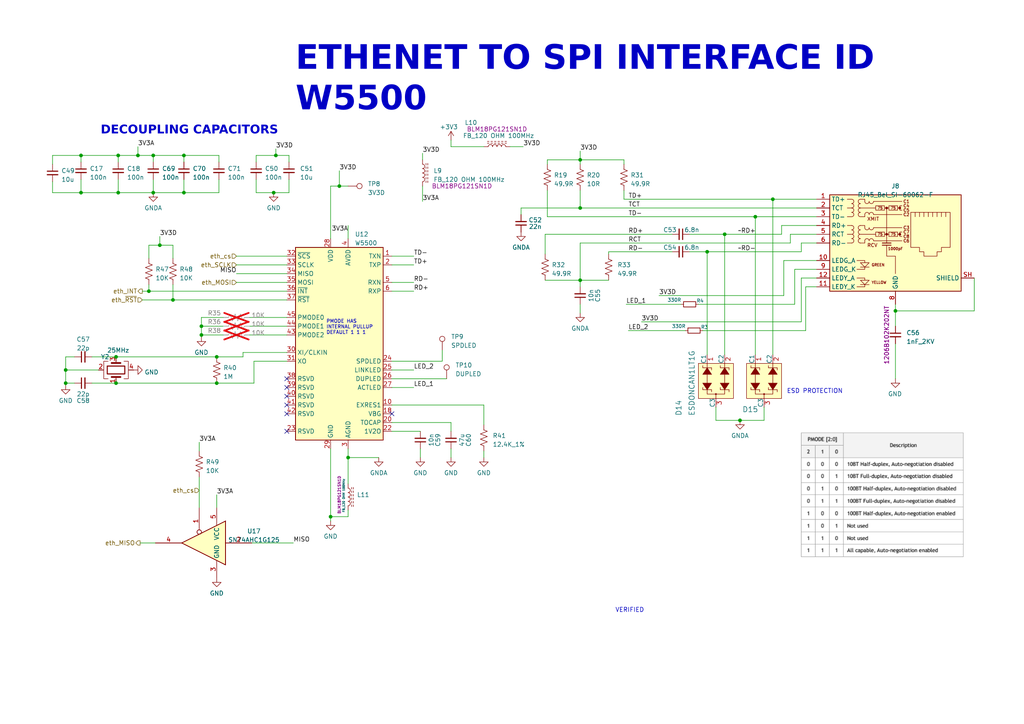
<source format=kicad_sch>
(kicad_sch (version 20230121) (generator eeschema)
  (paper "A4")
  (title_block (title "ELIESTAR") (date "2023-06-20") (rev "2.0") (company "GEVITON") (comment 2 "Reviewed By: Timoty Kyalo") (comment 3 "Designed By: Robert Mutura") (comment 4 "ELIESTAR"))
  (lib_symbols
    (symbol "74xGxx:74AHC1G125"
      (property "Reference" "U" (at -2.54 3.81 0))
      (property "Value" "74AHC1G125" (at 0 -3.81 0))
      (symbol "74AHC1G125_0_1"
        (polyline (pts (xy -7.62 6.35) (xy -7.62 -6.35) (xy 5.08 0) (xy -7.62 6.35)) (stroke (width 0.254)) (fill (type background)))
      )
      (symbol "74AHC1G125_1_1"
        (pin input inverted (at 0 10.16 270) (length 7.62) (name "~") (number "1"))
        (pin input line (at -15.24 0 0) (length 7.62) (name "~") (number "2"))
        (pin power_in line (at -5.08 -10.16 90) (length 5.08) (name "GND") (number "3"))
        (pin tri_state line (at 12.7 0 180) (length 7.62) (name "~") (number "4"))
        (pin power_in line (at -5.08 10.16 270) (length 5.08) (name "VCC") (number "5"))
      )
    )
    (symbol "Connector:RJ45_Bel_SI-60062-F"
      (property "Reference" "J?" (at 0 16.51 0))
      (property "Value" "RJ45_Bel_SI-60062-F" (at 0 13.97 0))
      (symbol "RJ45_Bel_SI-60062-F_0_0"
        (circle (center -2.54 2.54) (radius 0.254) (stroke (width 0.254)) (fill (type outline)))
        (circle (center -2.54 10.16) (radius 0.254) (stroke (width 0.254)) (fill (type outline)))
        (polyline (pts (xy -7.62 -12.065) (xy -10.16 -12.065)))
        (polyline (pts (xy -7.62 -6.985) (xy -10.16 -6.985)))
        (polyline (pts (xy -2.54 10.16) (xy -2.54 0)))
        (polyline (pts (xy -1.27 -0.635) (xy -3.81 -0.635)) (stroke (width 0.254)))
        (polyline (pts (xy -1.27 0) (xy -3.81 0)) (stroke (width 0.254)))
        (polyline (pts (xy 1.27 2.54) (xy 0.635 2.54)))
        (polyline (pts (xy 1.27 10.16) (xy 0.635 10.16)))
        (polyline (pts (xy -11.176 -12.7) (xy -8.89 -12.7) (xy -8.89 -12.065)))
        (polyline (pts (xy -11.176 -10.16) (xy -8.89 -10.16) (xy -8.89 -10.795)))
        (polyline (pts (xy -11.176 -5.08) (xy -8.89 -5.08) (xy -8.89 -5.715)))
        (polyline (pts (xy -8.89 -6.985) (xy -8.89 -7.62) (xy -11.176 -7.62)))
        (polyline (pts (xy -10.16 -5.715) (xy -7.62 -5.715) (xy -8.89 -6.985) (xy -10.16 -5.715)))
        (polyline (pts (xy -7.62 -10.795) (xy -10.16 -10.795) (xy -8.89 -12.065) (xy -7.62 -10.795)))
        (polyline (pts (xy -2.54 -0.635) (xy -2.54 -3.81) (xy 0 -3.81) (xy 0 -8.89)))
        (polyline (pts (xy 1.905 3.175) (xy 1.27 3.175) (xy 1.27 1.905) (xy 1.905 1.905)))
        (polyline (pts (xy 1.905 10.795) (xy 1.27 10.795) (xy 1.27 9.525) (xy 1.905 9.525)))
        (circle (center 1.27 2.54) (radius 0.254) (stroke (width 0.254)) (fill (type outline)))
        (circle (center 1.27 10.16) (radius 0.254) (stroke (width 0.254)) (fill (type outline)))
        (text "1000pF" (at 0 -1.651 0) (effects (font (size 0.762 0.762))))
        (text "75" (at -4.445 2.54 0) (effects (font (size 0.762 0.762))))
        (text "75" (at -4.445 10.16 0) (effects (font (size 0.762 0.762))))
        (text "75" (at -0.635 2.54 0) (effects (font (size 0.762 0.762))))
        (text "75" (at -0.635 10.16 0) (effects (font (size 0.762 0.762))))
        (text "C1" (at 3.175 12.065 0) (effects (font (size 0.889 0.889))))
        (text "C2" (at 3.175 8.255 0) (effects (font (size 0.889 0.889))))
        (text "C3" (at 3.175 4.445 0) (effects (font (size 0.889 0.889))))
        (text "C4" (at 3.175 10.795 0) (effects (font (size 0.889 0.889))))
        (text "C5" (at 3.175 9.525 0) (effects (font (size 0.889 0.889))))
        (text "C6" (at 3.175 0.635 0) (effects (font (size 0.889 0.889))))
        (text "C7" (at 3.175 3.175 0) (effects (font (size 0.889 0.889))))
        (text "C8" (at 3.175 1.905 0) (effects (font (size 0.889 0.889))))
        (text "GREEN" (at -6.985 -6.35 0) (effects (font (size 0.762 0.762)) (justify left)))
        (text "RCV" (at -8.255 -0.635 0) (effects (font (size 1.016 1.016)) (justify left)))
        (text "XMIT" (at -8.255 6.985 0) (effects (font (size 1.016 1.016)) (justify left)))
        (text "YELLOW" (at -6.985 -11.43 0) (effects (font (size 0.762 0.762)) (justify left)))
      )
      (symbol "RJ45_Bel_SI-60062-F_0_1"
        (rectangle (start -19.05 -13.97) (end 19.05 13.97) (stroke (width 0.254)) (fill (type background)))
        (arc (start -12.7 0) (mid -12.0677 0.635) (end -12.7 1.27))
        (arc (start -12.7 1.27) (mid -12.0677 1.905) (end -12.7 2.54))
        (arc (start -12.7 2.54) (mid -12.0677 3.175) (end -12.7 3.81))
        (arc (start -12.7 3.81) (mid -12.0677 4.445) (end -12.7 5.08))
        (arc (start -12.7 7.62) (mid -12.0677 8.255) (end -12.7 8.89))
        (arc (start -12.7 8.89) (mid -12.0677 9.525) (end -12.7 10.16))
        (arc (start -12.7 10.16) (mid -12.0677 10.795) (end -12.7 11.43))
        (arc (start -12.7 11.43) (mid -12.0677 12.065) (end -12.7 12.7))
        (arc (start -10.16 1.27) (mid -10.7923 0.635) (end -10.16 0))
        (arc (start -10.16 2.54) (mid -10.7923 1.905) (end -10.16 1.27))
        (arc (start -10.16 3.81) (mid -10.7923 3.175) (end -10.16 2.54))
        (arc (start -10.16 5.08) (mid -10.7923 4.445) (end -10.16 3.81))
        (arc (start -10.16 8.89) (mid -10.7923 8.255) (end -10.16 7.62))
        (arc (start -10.16 10.16) (mid -10.7923 9.525) (end -10.16 8.89))
        (arc (start -10.16 11.43) (mid -10.7923 10.795) (end -10.16 10.16))
        (arc (start -10.16 12.7) (mid -10.7923 12.065) (end -10.16 11.43))
        (arc (start -8.89 4.445) (mid -8.255 3.8127) (end -7.62 4.445))
        (arc (start -8.89 12.065) (mid -8.255 11.4327) (end -7.62 12.065))
        (arc (start -7.62 0.635) (mid -8.255 1.2673) (end -8.89 0.635))
        (arc (start -7.62 4.445) (mid -6.985 3.8127) (end -6.35 4.445))
        (arc (start -7.62 8.255) (mid -8.255 8.8873) (end -8.89 8.255))
        (arc (start -7.62 12.065) (mid -6.985 11.4327) (end -6.35 12.065))
        (arc (start -6.35 0.635) (mid -6.985 1.2673) (end -7.62 0.635))
        (arc (start -6.35 8.255) (mid -6.985 8.8873) (end -7.62 8.255))
        (rectangle (start -5.715 3.175) (end -3.175 1.905))
        (rectangle (start -5.715 10.795) (end -3.175 9.525))
        (rectangle (start -1.905 3.175) (end 0.635 1.905))
        (rectangle (start -1.905 10.795) (end 0.635 9.525))
        (polyline (pts (xy -12.7 0) (xy -13.97 0)))
        (polyline (pts (xy -12.7 2.54) (xy -13.97 2.54)))
        (polyline (pts (xy -12.7 5.08) (xy -13.97 5.08)))
        (polyline (pts (xy -12.7 7.62) (xy -13.97 7.62)))
        (polyline (pts (xy -12.7 10.16) (xy -13.97 10.16)))
        (polyline (pts (xy -12.7 12.7) (xy -13.97 12.7)))
        (polyline (pts (xy -6.35 0.635) (xy 1.905 0.635)))
        (polyline (pts (xy -6.35 4.445) (xy 1.905 4.445)))
        (polyline (pts (xy -6.35 8.255) (xy 1.905 8.255)))
        (polyline (pts (xy -6.35 12.065) (xy 1.905 12.065)))
        (polyline (pts (xy -5.715 2.54) (xy -10.16 2.54)))
        (polyline (pts (xy -5.715 10.16) (xy -10.16 10.16)))
        (polyline (pts (xy -3.175 2.54) (xy -1.905 2.54)))
        (polyline (pts (xy -3.175 10.16) (xy -1.905 10.16)))
        (polyline (pts (xy 5.715 7.62) (xy 5.715 8.89)))
        (polyline (pts (xy 6.985 8.89) (xy 6.985 7.62)))
        (polyline (pts (xy 8.255 8.89) (xy 8.255 7.62)))
        (polyline (pts (xy 9.525 8.89) (xy 9.525 7.62)))
        (polyline (pts (xy 10.795 8.89) (xy 10.795 7.62)))
        (polyline (pts (xy 12.065 8.89) (xy 12.065 7.62)))
        (polyline (pts (xy 13.335 7.62) (xy 13.335 8.89)))
        (polyline (pts (xy 14.605 7.62) (xy 14.605 8.89)))
        (polyline (pts (xy -10.16 5.08) (xy -8.89 5.08) (xy -8.89 4.445)))
        (polyline (pts (xy -10.16 12.7) (xy -8.89 12.7) (xy -8.89 12.065)))
        (polyline (pts (xy -8.89 0.635) (xy -8.89 0) (xy -10.16 0)))
        (polyline (pts (xy -8.89 8.255) (xy -8.89 7.62) (xy -10.16 7.62)))
        (polyline (pts (xy 4.445 8.89) (xy 15.875 8.89) (xy 15.875 -1.27) (xy 13.335 -1.27) (xy 13.335 -2.54) (xy 12.065 -2.54) (xy 12.065 -3.81) (xy 8.255 -3.81) (xy 8.255 -2.54) (xy 6.985 -2.54) (xy 6.985 -1.27) (xy 4.445 -1.27) (xy 4.445 8.89)))
      )
      (symbol "RJ45_Bel_SI-60062-F_1_1"
        (pin passive line (at -22.86 12.7 0) (length 3.81) (name "TD+") (number "1"))
        (pin passive line (at -22.86 -5.08 0) (length 3.81) (name "LEDG_A") (number "10"))
        (pin passive line (at -22.86 -12.7 0) (length 3.81) (name "LEDY_K") (number "11"))
        (pin passive line (at -22.86 -10.16 0) (length 3.81) (name "LEDY_A") (number "12"))
        (pin passive line (at -22.86 10.16 0) (length 3.81) (name "TCT") (number "2"))
        (pin passive line (at -22.86 7.62 0) (length 3.81) (name "TD-") (number "3"))
        (pin passive line (at -22.86 5.08 0) (length 3.81) (name "RD+") (number "4"))
        (pin passive line (at -22.86 2.54 0) (length 3.81) (name "RCT") (number "5"))
        (pin passive line (at -22.86 0 0) (length 3.81) (name "RD-") (number "6"))
        (pin no_connect line (at 5.08 -5.08 0) (length 0) hide (name "NC") (number "7"))
        (pin power_in line (at 0 -17.78 90) (length 3.81) (name "GND") (number "8"))
        (pin passive line (at -22.86 -7.62 0) (length 3.81) (name "LEDG_K") (number "9"))
        (pin passive line (at 22.86 -10.16 180) (length 3.81) (name "SHIELD") (number "SH"))
      )
    )
    (symbol "Connector:TestPoint" (pin_numbers hide) (pin_names (offset 0.762) hide)
      (property "Reference" "TP" (at 0 6.858 0))
      (property "Value" "TestPoint" (at 0 5.08 0))
      (symbol "TestPoint_0_1"
        (circle (center 0 3.302) (radius 0.762))
      )
      (symbol "TestPoint_1_1"
        (pin passive line (at 0 0 90) (length 2.54) (name "1") (number "1"))
      )
    )
    (symbol "Device:C_Small" (pin_numbers hide) (pin_names (offset 0.254) hide)
      (property "Reference" "C" (at 0.254 1.778 0))
      (property "Value" "C_Small" (at 0.254 -2.032 0))
      (symbol "C_Small_0_1"
        (polyline (pts (xy -1.524 -0.508) (xy 1.524 -0.508)) (stroke (width 0.3302)))
        (polyline (pts (xy -1.524 0.508) (xy 1.524 0.508)) (stroke (width 0.3048)))
      )
      (symbol "C_Small_1_1"
        (pin passive line (at 0 2.54 270) (length 2.032) (name "~") (number "1"))
        (pin passive line (at 0 -2.54 90) (length 2.032) (name "~") (number "2"))
      )
    )
    (symbol "Device:Crystal_GND24" (pin_names (offset 1.016) hide)
      (property "Reference" "Y" (at 3.175 5.08 0))
      (property "Value" "Crystal_GND24" (at 3.175 3.175 0))
      (symbol "Crystal_GND24_0_1"
        (rectangle (start -1.143 2.54) (end 1.143 -2.54) (stroke (width 0.3048)))
        (polyline (pts (xy -2.54 0) (xy -2.032 0)))
        (polyline (pts (xy -2.032 -1.27) (xy -2.032 1.27)) (stroke (width 0.508)))
        (polyline (pts (xy 0 -3.81) (xy 0 -3.556)))
        (polyline (pts (xy 0 3.556) (xy 0 3.81)))
        (polyline (pts (xy 2.032 -1.27) (xy 2.032 1.27)) (stroke (width 0.508)))
        (polyline (pts (xy 2.032 0) (xy 2.54 0)))
        (polyline (pts (xy -2.54 -2.286) (xy -2.54 -3.556) (xy 2.54 -3.556) (xy 2.54 -2.286)))
        (polyline (pts (xy -2.54 2.286) (xy -2.54 3.556) (xy 2.54 3.556) (xy 2.54 2.286)))
      )
      (symbol "Crystal_GND24_1_1"
        (pin passive line (at -3.81 0 0) (length 1.27) (name "1") (number "1"))
        (pin passive line (at 0 5.08 270) (length 1.27) (name "2") (number "2"))
        (pin passive line (at 3.81 0 180) (length 1.27) (name "3") (number "3"))
        (pin passive line (at 0 -5.08 90) (length 1.27) (name "4") (number "4"))
      )
    )
    (symbol "Device:L_Ferrite" (pin_numbers hide) (pin_names (offset 1.016) hide)
      (property "Reference" "L" (at -1.27 0 90))
      (property "Value" "L_Ferrite" (at 2.794 0 90))
      (symbol "L_Ferrite_0_1"
        (arc (start 0 -2.54) (mid 0.6323 -1.905) (end 0 -1.27))
        (arc (start 0 -1.27) (mid 0.6323 -0.635) (end 0 0))
        (polyline (pts (xy 1.016 -2.794) (xy 1.016 -2.286)))
        (polyline (pts (xy 1.016 -1.778) (xy 1.016 -1.27)))
        (polyline (pts (xy 1.016 -0.762) (xy 1.016 -0.254)))
        (polyline (pts (xy 1.016 0.254) (xy 1.016 0.762)))
        (polyline (pts (xy 1.016 1.27) (xy 1.016 1.778)))
        (polyline (pts (xy 1.016 2.286) (xy 1.016 2.794)))
        (polyline (pts (xy 1.524 -2.286) (xy 1.524 -2.794)))
        (polyline (pts (xy 1.524 -1.27) (xy 1.524 -1.778)))
        (polyline (pts (xy 1.524 -0.254) (xy 1.524 -0.762)))
        (polyline (pts (xy 1.524 0.762) (xy 1.524 0.254)))
        (polyline (pts (xy 1.524 1.778) (xy 1.524 1.27)))
        (polyline (pts (xy 1.524 2.794) (xy 1.524 2.286)))
        (arc (start 0 0) (mid 0.6323 0.635) (end 0 1.27))
        (arc (start 0 1.27) (mid 0.6323 1.905) (end 0 2.54))
      )
      (symbol "L_Ferrite_1_1"
        (pin passive line (at 0 3.81 270) (length 1.27) (name "1") (number "1"))
        (pin passive line (at 0 -3.81 90) (length 1.27) (name "2") (number "2"))
      )
    )
    (symbol "Device:R_Small" (pin_numbers hide) (pin_names (offset 0.254) hide)
      (property "Reference" "R" (at 0.762 0.508 0))
      (property "Value" "R_Small" (at 0.762 -1.016 0))
      (symbol "R_Small_0_1"
        (rectangle (start -0.762 1.778) (end 0.762 -1.778) (stroke (width 0.2032)))
      )
      (symbol "R_Small_1_1"
        (pin passive line (at 0 2.54 270) (length 0.762) (name "~") (number "1"))
        (pin passive line (at 0 -2.54 90) (length 0.762) (name "~") (number "2"))
      )
    )
    (symbol "Device:R_US" (pin_numbers hide) (pin_names (offset 0))
      (property "Reference" "R" (at 2.54 0 90))
      (property "Value" "R_US" (at -2.54 0 90))
      (symbol "R_US_0_1"
        (polyline (pts (xy 0 -2.286) (xy 0 -2.54)))
        (polyline (pts (xy 0 2.286) (xy 0 2.54)))
        (polyline (pts (xy 0 -0.762) (xy 1.016 -1.143) (xy 0 -1.524) (xy -1.016 -1.905) (xy 0 -2.286)))
        (polyline (pts (xy 0 0.762) (xy 1.016 0.381) (xy 0 0) (xy -1.016 -0.381) (xy 0 -0.762)))
        (polyline (pts (xy 0 2.286) (xy 1.016 1.905) (xy 0 1.524) (xy -1.016 1.143) (xy 0 0.762)))
      )
      (symbol "R_US_1_1"
        (pin passive line (at 0 3.81 270) (length 1.27) (name "~") (number "1"))
        (pin passive line (at 0 -3.81 90) (length 1.27) (name "~") (number "2"))
      )
    )
    (symbol "Interface_Ethernet:W5500"
      (property "Reference" "U" (at -11.43 29.21 0))
      (property "Value" "W5500" (at 8.89 29.21 0))
      (symbol "W5500_0_1"
        (rectangle (start -12.7 27.94) (end 12.7 -27.94) (stroke (width 0.254)) (fill (type background)))
      )
      (symbol "W5500_1_1"
        (pin output line (at 15.24 25.4 180) (length 2.54) (name "TXN") (number "1"))
        (pin passive line (at 15.24 -17.78 180) (length 2.54) (name "EXRES1") (number "10"))
        (pin passive line (at 2.54 30.48 270) (length 2.54) hide (name "AVDD") (number "11"))
        (pin no_connect line (at 12.7 7.62 180) (length 2.54) hide (name "NC") (number "12"))
        (pin no_connect line (at 12.7 5.08 180) (length 2.54) hide (name "NC") (number "13"))
        (pin passive line (at 2.54 -30.48 90) (length 2.54) hide (name "AGND") (number "14"))
        (pin passive line (at 2.54 30.48 270) (length 2.54) hide (name "AVDD") (number "15"))
        (pin passive line (at 2.54 -30.48 90) (length 2.54) hide (name "AGND") (number "16"))
        (pin passive line (at 2.54 30.48 270) (length 2.54) hide (name "AVDD") (number "17"))
        (pin passive line (at 15.24 -20.32 180) (length 2.54) (name "VBG") (number "18"))
        (pin passive line (at 2.54 -30.48 90) (length 2.54) hide (name "AGND") (number "19"))
        (pin output line (at 15.24 22.86 180) (length 2.54) (name "TXP") (number "2"))
        (pin passive line (at 15.24 -22.86 180) (length 2.54) (name "TOCAP") (number "20"))
        (pin passive line (at 2.54 30.48 270) (length 2.54) hide (name "AVDD") (number "21"))
        (pin output line (at 15.24 -25.4 180) (length 2.54) (name "1V2O") (number "22"))
        (pin input line (at -15.24 -25.4 0) (length 2.54) (name "RSVD") (number "23"))
        (pin output line (at 15.24 -5.08 180) (length 2.54) (name "SPDLED") (number "24"))
        (pin output line (at 15.24 -7.62 180) (length 2.54) (name "LINKLED") (number "25"))
        (pin output line (at 15.24 -10.16 180) (length 2.54) (name "DUPLED") (number "26"))
        (pin output line (at 15.24 -12.7 180) (length 2.54) (name "ACTLED") (number "27"))
        (pin power_in line (at -2.54 30.48 270) (length 2.54) (name "VDD") (number "28"))
        (pin power_in line (at -2.54 -30.48 90) (length 2.54) (name "GND") (number "29"))
        (pin power_in line (at 2.54 -30.48 90) (length 2.54) (name "AGND") (number "3"))
        (pin input line (at -15.24 -2.54 0) (length 2.54) (name "XI/CLKIN") (number "30"))
        (pin output line (at -15.24 -5.08 0) (length 2.54) (name "XO") (number "31"))
        (pin input line (at -15.24 25.4 0) (length 2.54) (name "~{SCS}") (number "32"))
        (pin input line (at -15.24 22.86 0) (length 2.54) (name "SCLK") (number "33"))
        (pin output line (at -15.24 20.32 0) (length 2.54) (name "MISO") (number "34"))
        (pin input line (at -15.24 17.78 0) (length 2.54) (name "MOSI") (number "35"))
        (pin input line (at -15.24 15.24 0) (length 2.54) (name "~{INT}") (number "36"))
        (pin input line (at -15.24 12.7 0) (length 2.54) (name "~{RST}") (number "37"))
        (pin input line (at -15.24 -10.16 0) (length 2.54) (name "RSVD") (number "38"))
        (pin input line (at -15.24 -12.7 0) (length 2.54) (name "RSVD") (number "39"))
        (pin power_in line (at 2.54 30.48 270) (length 2.54) (name "AVDD") (number "4"))
        (pin input line (at -15.24 -15.24 0) (length 2.54) (name "RSVD") (number "40"))
        (pin input line (at -15.24 -17.78 0) (length 2.54) (name "RSVD") (number "41"))
        (pin input line (at -15.24 -20.32 0) (length 2.54) (name "RSVD") (number "42"))
        (pin input line (at -15.24 2.54 0) (length 2.54) (name "PMODE2") (number "43"))
        (pin input line (at -15.24 5.08 0) (length 2.54) (name "PMODE1") (number "44"))
        (pin input line (at -15.24 7.62 0) (length 2.54) (name "PMODE0") (number "45"))
        (pin no_connect line (at 12.7 2.54 180) (length 2.54) hide (name "NC") (number "46"))
        (pin no_connect line (at 12.7 0 180) (length 2.54) hide (name "NC") (number "47"))
        (pin passive line (at 2.54 -30.48 90) (length 2.54) hide (name "AGND") (number "48"))
        (pin input line (at 15.24 17.78 180) (length 2.54) (name "RXN") (number "5"))
        (pin input line (at 15.24 15.24 180) (length 2.54) (name "RXP") (number "6"))
        (pin no_connect line (at 12.7 10.16 180) (length 2.54) hide (name "DNC") (number "7"))
        (pin passive line (at 2.54 30.48 270) (length 2.54) hide (name "AVDD") (number "8"))
        (pin passive line (at 2.54 -30.48 90) (length 2.54) hide (name "AGND") (number "9"))
      )
    )
    (symbol "dk_TVS-Diodes:PESD1CAN_215" (pin_names (offset 0))
      (property "Reference" "D" (at -5.08 6.096 0))
      (property "Value" "PESD1CAN_215" (at 0 -6.35 0))
      (symbol "PESD1CAN_215_0_1"
        (rectangle (start -5.08 5.08) (end 5.08 -5.08) (fill (type background)))
        (polyline (pts (xy -5.08 -2.54) (xy -3.81 -2.54)))
        (polyline (pts (xy -5.08 2.54) (xy -3.81 2.54)))
        (polyline (pts (xy -3.81 -3.81) (xy -3.175 -3.81)))
        (polyline (pts (xy -3.81 -1.27) (xy -4.445 -1.27)))
        (polyline (pts (xy -3.81 -1.27) (xy -3.81 -3.81)))
        (polyline (pts (xy -3.81 1.27) (xy -3.175 1.27)))
        (polyline (pts (xy -3.81 3.81) (xy -4.445 3.81)))
        (polyline (pts (xy -3.81 3.81) (xy -3.81 1.27)))
        (polyline (pts (xy 0.635 -2.54) (xy -1.905 -2.54)))
        (polyline (pts (xy 0.635 2.54) (xy -1.905 2.54)))
        (polyline (pts (xy 0.635 2.54) (xy 0.635 2.54)))
        (polyline (pts (xy 2.54 -3.81) (xy 3.175 -3.81)))
        (polyline (pts (xy 2.54 -1.27) (xy 1.905 -1.27)))
        (polyline (pts (xy 2.54 -1.27) (xy 2.54 -3.81)))
        (polyline (pts (xy 2.54 1.27) (xy 3.175 1.27)))
        (polyline (pts (xy 2.54 3.81) (xy 1.905 3.81)))
        (polyline (pts (xy 2.54 3.81) (xy 2.54 1.27)))
        (polyline (pts (xy 3.81 0) (xy 5.08 0)))
        (polyline (pts (xy -1.905 -1.27) (xy -1.905 -3.81) (xy -3.81 -2.54) (xy -1.905 -1.27)) (fill (type outline)))
        (polyline (pts (xy -1.905 1.27) (xy -1.905 3.81) (xy -3.81 2.54) (xy -1.905 1.27)) (fill (type outline)))
        (polyline (pts (xy 0.635 -1.27) (xy 0.635 -3.81) (xy 2.54 -2.54) (xy 0.635 -1.27)) (fill (type outline)))
        (polyline (pts (xy 0.635 3.81) (xy 0.635 1.27) (xy 2.54 2.54) (xy 0.635 3.81)) (fill (type outline)))
        (polyline (pts (xy 2.54 2.54) (xy 3.81 2.54) (xy 3.81 -2.54) (xy 2.54 -2.54)))
        (circle (center 3.81 0) (radius 0.1778) (fill (type outline)))
      )
      (symbol "PESD1CAN_215_1_1"
        (pin passive line (at -7.62 2.54 0) (length 2.54) (name "C1") (number "1"))
        (pin passive line (at -7.62 -2.54 0) (length 2.54) (name "C2") (number "2"))
        (pin passive line (at 7.62 0 180) (length 2.54) (name "C3") (number "3"))
      )
    )
    (symbol "power:+3V3" (power) (pin_names (offset 0))
      (property "Value" "+3V3" (at 0 3.556 0))
      (symbol "+3V3_0_1"
        (polyline (pts (xy -0.762 1.27) (xy 0 2.54)))
        (polyline (pts (xy 0 0) (xy 0 2.54)))
        (polyline (pts (xy 0 2.54) (xy 0.762 1.27)))
      )
      (symbol "+3V3_1_1"
        (pin power_in line (at 0 0 90) (length 0) hide (name "+3V3") (number "1"))
      )
    )
    (symbol "power:GND" (power) (pin_names (offset 0))
      (property "Value" "GND" (at 0 -3.81 0))
      (symbol "GND_0_1"
        (polyline (pts (xy 0 0) (xy 0 -1.27) (xy 1.27 -1.27) (xy 0 -2.54) (xy -1.27 -1.27) (xy 0 -1.27)))
      )
      (symbol "GND_1_1"
        (pin power_in line (at 0 0 270) (length 0) hide (name "GND") (number "1"))
      )
    )
    (symbol "power:GNDA" (power) (pin_names (offset 0))
      (property "Value" "GNDA" (at 0 -3.81 0))
      (symbol "GNDA_0_1"
        (polyline (pts (xy 0 0) (xy 0 -1.27) (xy 1.27 -1.27) (xy 0 -2.54) (xy -1.27 -1.27) (xy 0 -1.27)))
      )
      (symbol "GNDA_1_1"
        (pin power_in line (at 0 0 270) (length 0) hide (name "GNDA") (number "1"))
      )
    )
  )
  (junction (at 23.495 55.88))
  (junction (at 58.42 94.615))
  (junction (at 214.63 121.92))
  (junction (at 205.105 73.025))
  (junction (at 53.34 55.88))
  (junction (at 44.45 45.085))
  (junction (at 219.075 62.865))
  (junction (at 33.655 111.125))
  (junction (at 168.275 60.325))
  (junction (at 33.655 103.505))
  (junction (at 168.275 81.28))
  (junction (at 100.965 132.715))
  (junction (at 224.155 57.785))
  (junction (at 259.715 90.17))
  (junction (at 95.885 149.86))
  (junction (at 44.45 55.88))
  (junction (at 168.275 46.355))
  (junction (at 210.185 67.945))
  (junction (at 34.29 55.88))
  (junction (at 80.01 45.085))
  (junction (at 43.18 84.455))
  (junction (at 40.005 45.085))
  (junction (at 58.42 97.155))
  (junction (at 19.05 111.125))
  (junction (at 62.865 103.505))
  (junction (at 79.375 55.88))
  (junction (at 53.34 45.085))
  (junction (at 19.05 107.315))
  (junction (at 98.425 53.975))
  (junction (at 46.355 71.12))
  (junction (at 23.495 45.085))
  (junction (at 34.29 45.085))
  (junction (at 50.165 86.995))
  (junction (at 62.865 111.125))
  (no_connect (at 113.665 120.015))
  (no_connect (at 83.185 114.935))
  (no_connect (at 83.185 117.475))
  (no_connect (at 83.185 109.855))
  (no_connect (at 83.185 112.395))
  (no_connect (at 83.185 120.015))
  (no_connect (at 83.185 125.095))
  (wire (pts (xy 95.885 53.975) (xy 95.885 69.215)))
  (wire (pts (xy 19.05 103.505) (xy 21.59 103.505)))
  (wire (pts (xy 62.865 103.505) (xy 70.485 103.505)))
  (wire (pts (xy 205.105 73.025) (xy 232.41 73.025)))
  (wire (pts (xy 232.41 93.345) (xy 232.41 80.645)))
  (wire (pts (xy 191.135 85.725) (xy 227.33 85.725)))
  (wire (pts (xy 58.42 97.155) (xy 58.42 97.79)))
  (wire (pts (xy 64.77 92.075) (xy 58.42 92.075)))
  (wire (pts (xy 120.015 76.835) (xy 113.665 76.835)))
  (wire (pts (xy 50.165 86.995) (xy 83.185 86.995)))
  (wire (pts (xy 120.015 81.915) (xy 113.665 81.915)))
  (wire (pts (xy 68.58 74.295) (xy 83.185 74.295)))
  (wire (pts (xy 233.68 83.185) (xy 233.68 95.885)))
  (wire (pts (xy 100.965 149.86) (xy 100.965 147.955)))
  (wire (pts (xy 57.785 138.43) (xy 57.785 147.32)))
  (wire (pts (xy 19.05 103.505) (xy 19.05 107.315)))
  (wire (pts (xy 40.005 45.085) (xy 34.29 45.085)))
  (wire (pts (xy 58.42 94.615) (xy 58.42 97.155)))
  (wire (pts (xy 62.865 111.125) (xy 73.66 111.125)))
  (wire (pts (xy 168.275 46.355) (xy 168.275 47.625)))
  (wire (pts (xy 19.05 107.315) (xy 19.05 111.125)))
  (wire (pts (xy 207.645 121.92) (xy 214.63 121.92)))
  (wire (pts (xy 43.18 82.55) (xy 43.18 84.455)))
  (wire (pts (xy 46.355 68.58) (xy 46.355 71.12)))
  (wire (pts (xy 122.555 44.45) (xy 122.555 46.355)))
  (wire (pts (xy 130.81 130.175) (xy 130.81 132.715)))
  (wire (pts (xy 80.01 43.18) (xy 80.01 45.085)))
  (wire (pts (xy 33.655 103.505) (xy 62.865 103.505)))
  (wire (pts (xy 230.505 78.105) (xy 230.505 88.265)))
  (wire (pts (xy 64.77 97.155) (xy 58.42 97.155)))
  (wire (pts (xy 120.015 84.455) (xy 113.665 84.455)))
  (wire (pts (xy 53.34 45.085) (xy 53.34 46.99)))
  (wire (pts (xy 95.885 149.86) (xy 95.885 151.13)))
  (wire (pts (xy 158.75 55.245) (xy 158.75 62.865)))
  (wire (pts (xy 34.29 52.07) (xy 34.29 55.88)))
  (wire (pts (xy 83.82 46.99) (xy 83.82 45.085)))
  (wire (pts (xy 83.185 92.075) (xy 72.39 92.075)))
  (wire (pts (xy 168.275 70.485) (xy 229.235 70.485)))
  (wire (pts (xy 58.42 92.075) (xy 58.42 94.615)))
  (wire (pts (xy 180.975 57.785) (xy 180.975 55.245)))
  (wire (pts (xy 44.45 55.88) (xy 53.34 55.88)))
  (wire (pts (xy 236.855 78.105) (xy 230.505 78.105)))
  (wire (pts (xy 221.615 121.92) (xy 221.615 118.11)))
  (wire (pts (xy 219.075 62.865) (xy 219.075 102.87)))
  (wire (pts (xy 113.665 125.095) (xy 121.92 125.095)))
  (wire (pts (xy 23.495 45.085) (xy 34.29 45.085)))
  (wire (pts (xy 53.34 55.88) (xy 63.5 55.88)))
  (wire (pts (xy 83.82 55.88) (xy 83.82 52.07)))
  (wire (pts (xy 140.335 130.81) (xy 140.335 132.715)))
  (wire (pts (xy 15.24 55.88) (xy 23.495 55.88)))
  (wire (pts (xy 80.01 45.085) (xy 74.295 45.085)))
  (wire (pts (xy 43.18 71.12) (xy 46.355 71.12)))
  (wire (pts (xy 168.275 60.325) (xy 236.855 60.325)))
  (wire (pts (xy 176.53 73.025) (xy 194.945 73.025)))
  (wire (pts (xy 122.555 58.42) (xy 122.555 53.975)))
  (wire (pts (xy 19.05 107.315) (xy 28.575 107.315)))
  (wire (pts (xy 74.295 55.88) (xy 79.375 55.88)))
  (wire (pts (xy 202.565 88.265) (xy 230.505 88.265)))
  (wire (pts (xy 95.885 53.975) (xy 98.425 53.975)))
  (wire (pts (xy 168.275 46.355) (xy 158.75 46.355)))
  (wire (pts (xy 70.485 103.505) (xy 70.485 102.235)))
  (wire (pts (xy 95.885 149.86) (xy 100.965 149.86)))
  (wire (pts (xy 83.82 45.085) (xy 80.01 45.085)))
  (wire (pts (xy 74.295 52.07) (xy 74.295 55.88)))
  (wire (pts (xy 224.155 57.785) (xy 236.855 57.785)))
  (wire (pts (xy 50.165 82.55) (xy 50.165 86.995)))
  (wire (pts (xy 200.025 67.945) (xy 210.185 67.945)))
  (wire (pts (xy 100.965 130.175) (xy 100.965 132.715)))
  (wire (pts (xy 130.81 42.545) (xy 140.335 42.545)))
  (wire (pts (xy 26.67 111.125) (xy 33.655 111.125)))
  (wire (pts (xy 26.67 103.505) (xy 33.655 103.505)))
  (wire (pts (xy 128.27 104.775) (xy 128.27 101.6)))
  (wire (pts (xy 57.785 128.27) (xy 57.785 130.81)))
  (wire (pts (xy 224.155 57.785) (xy 224.155 102.87)))
  (wire (pts (xy 219.075 62.865) (xy 236.855 62.865)))
  (wire (pts (xy 50.165 74.93) (xy 50.165 71.12)))
  (wire (pts (xy 168.275 81.28) (xy 168.275 83.185)))
  (wire (pts (xy 205.105 73.025) (xy 205.105 102.87)))
  (wire (pts (xy 120.015 107.315) (xy 113.665 107.315)))
  (wire (pts (xy 15.24 52.705) (xy 15.24 55.88)))
  (wire (pts (xy 23.495 45.085) (xy 23.495 46.99)))
  (wire (pts (xy 168.275 88.265) (xy 168.275 90.805)))
  (wire (pts (xy 83.185 97.155) (xy 72.39 97.155)))
  (wire (pts (xy 41.275 86.995) (xy 50.165 86.995)))
  (wire (pts (xy 229.235 67.945) (xy 229.235 70.485)))
  (wire (pts (xy 210.185 67.945) (xy 210.185 102.87)))
  (wire (pts (xy 19.05 111.125) (xy 19.05 111.76)))
  (wire (pts (xy 15.24 45.085) (xy 15.24 47.625)))
  (wire (pts (xy 236.855 83.185) (xy 233.68 83.185)))
  (wire (pts (xy 158.75 62.865) (xy 219.075 62.865)))
  (wire (pts (xy 200.025 73.025) (xy 205.105 73.025)))
  (wire (pts (xy 203.835 95.885) (xy 233.68 95.885)))
  (wire (pts (xy 34.29 55.88) (xy 44.45 55.88)))
  (wire (pts (xy 68.58 81.915) (xy 83.185 81.915)))
  (wire (pts (xy 43.18 71.12) (xy 43.18 74.93)))
  (wire (pts (xy 176.53 73.025) (xy 176.53 73.66)))
  (wire (pts (xy 158.75 46.355) (xy 158.75 47.625)))
  (wire (pts (xy 259.715 88.265) (xy 259.715 90.17)))
  (wire (pts (xy 168.275 55.245) (xy 168.275 60.325)))
  (wire (pts (xy 98.425 53.975) (xy 100.965 53.975)))
  (wire (pts (xy 62.865 143.51) (xy 62.865 147.32)))
  (wire (pts (xy 100.965 65.405) (xy 100.965 69.215)))
  (wire (pts (xy 53.34 52.07) (xy 53.34 55.88)))
  (wire (pts (xy 113.665 117.475) (xy 140.335 117.475)))
  (wire (pts (xy 23.495 55.88) (xy 34.29 55.88)))
  (wire (pts (xy 44.45 45.085) (xy 53.34 45.085)))
  (wire (pts (xy 140.335 117.475) (xy 140.335 123.19)))
  (wire (pts (xy 58.42 94.615) (xy 64.77 94.615)))
  (wire (pts (xy 41.275 84.455) (xy 43.18 84.455)))
  (wire (pts (xy 147.955 42.545) (xy 151.765 42.545)))
  (wire (pts (xy 19.05 111.125) (xy 21.59 111.125)))
  (wire (pts (xy 207.645 121.92) (xy 207.645 118.11)))
  (wire (pts (xy 130.81 122.555) (xy 130.81 125.095)))
  (wire (pts (xy 43.18 84.455) (xy 83.185 84.455)))
  (wire (pts (xy 70.485 102.235) (xy 83.185 102.235)))
  (wire (pts (xy 113.665 109.855) (xy 129.54 109.855)))
  (wire (pts (xy 259.715 90.17) (xy 259.715 94.615)))
  (wire (pts (xy 180.975 57.785) (xy 224.155 57.785)))
  (wire (pts (xy 229.235 67.945) (xy 236.855 67.945)))
  (wire (pts (xy 168.275 70.485) (xy 168.275 81.28)))
  (wire (pts (xy 73.025 157.48) (xy 85.09 157.48)))
  (wire (pts (xy 130.81 40.64) (xy 130.81 42.545)))
  (wire (pts (xy 72.39 94.615) (xy 83.185 94.615)))
  (wire (pts (xy 46.355 71.12) (xy 50.165 71.12)))
  (wire (pts (xy 34.29 45.085) (xy 34.29 46.99)))
  (wire (pts (xy 100.965 132.715) (xy 100.965 140.335)))
  (wire (pts (xy 113.665 122.555) (xy 130.81 122.555)))
  (wire (pts (xy 63.5 52.07) (xy 63.5 55.88)))
  (wire (pts (xy 53.34 45.085) (xy 63.5 45.085)))
  (wire (pts (xy 120.015 112.395) (xy 113.665 112.395)))
  (wire (pts (xy 15.24 45.085) (xy 23.495 45.085)))
  (wire (pts (xy 158.115 81.28) (xy 168.275 81.28)))
  (wire (pts (xy 33.655 111.125) (xy 62.865 111.125)))
  (wire (pts (xy 232.41 80.645) (xy 236.855 80.645)))
  (wire (pts (xy 214.63 121.92) (xy 221.615 121.92)))
  (wire (pts (xy 120.015 74.295) (xy 113.665 74.295)))
  (wire (pts (xy 227.33 85.725) (xy 227.33 75.565)))
  (wire (pts (xy 40.005 45.085) (xy 44.45 45.085)))
  (wire (pts (xy 232.41 70.485) (xy 232.41 73.025)))
  (wire (pts (xy 151.13 60.325) (xy 168.275 60.325)))
  (wire (pts (xy 158.115 73.66) (xy 158.115 67.945)))
  (wire (pts (xy 113.665 104.775) (xy 128.27 104.775)))
  (wire (pts (xy 40.64 157.48) (xy 45.085 157.48)))
  (wire (pts (xy 180.975 47.625) (xy 180.975 46.355)))
  (wire (pts (xy 68.58 79.375) (xy 83.185 79.375)))
  (wire (pts (xy 226.695 65.405) (xy 226.695 67.945)))
  (wire (pts (xy 44.45 52.07) (xy 44.45 55.88)))
  (wire (pts (xy 151.13 62.23) (xy 151.13 60.325)))
  (wire (pts (xy 68.58 76.835) (xy 83.185 76.835)))
  (wire (pts (xy 121.92 130.175) (xy 121.92 132.715)))
  (wire (pts (xy 73.66 104.775) (xy 83.185 104.775)))
  (wire (pts (xy 23.495 52.07) (xy 23.495 55.88)))
  (wire (pts (xy 236.855 70.485) (xy 232.41 70.485)))
  (wire (pts (xy 73.66 104.775) (xy 73.66 111.125)))
  (wire (pts (xy 100.965 132.715) (xy 109.855 132.715)))
  (wire (pts (xy 63.5 45.085) (xy 63.5 46.99)))
  (wire (pts (xy 44.45 45.085) (xy 44.45 46.99)))
  (wire (pts (xy 168.275 43.815) (xy 168.275 46.355)))
  (wire (pts (xy 282.575 80.645) (xy 282.575 90.17)))
  (wire (pts (xy 181.61 88.265) (xy 197.485 88.265)))
  (wire (pts (xy 95.885 130.175) (xy 95.885 149.86)))
  (wire (pts (xy 180.975 46.355) (xy 168.275 46.355)))
  (wire (pts (xy 259.715 99.695) (xy 259.715 109.855)))
  (wire (pts (xy 98.425 49.53) (xy 98.425 53.975)))
  (wire (pts (xy 158.115 67.945) (xy 194.945 67.945)))
  (wire (pts (xy 168.275 81.28) (xy 176.53 81.28)))
  (wire (pts (xy 79.375 55.88) (xy 83.82 55.88)))
  (wire (pts (xy 74.295 45.085) (xy 74.295 46.99)))
  (wire (pts (xy 186.055 93.345) (xy 232.41 93.345)))
  (wire (pts (xy 40.005 42.545) (xy 40.005 45.085)))
  (wire (pts (xy 227.33 75.565) (xy 236.855 75.565)))
  (wire (pts (xy 182.245 95.885) (xy 198.755 95.885)))
  (wire (pts (xy 226.695 67.945) (xy 210.185 67.945)))
  (wire (pts (xy 236.855 65.405) (xy 226.695 65.405)))
  (wire (pts (xy 282.575 90.17) (xy 259.715 90.17)))
  (image (at 255.905 143.51) (scale 1.40909))
  (text "DECOUPLING CAPACITORS" (at 29.21 40.005 0) (effects (font (size 2.5 2.5) (thickness 0.254) bold) (justify left bottom)))
  (text "VERIFIED" (at 178.435 177.8 0) (effects (font (size 1.27 1.27)) (justify left bottom)))
  (text "PMODE HAS \nINTERNAL PULLUP\nDEFAULT 1 1 1" (at 94.615 97.155 0) (effects (font (size 1 1)) (justify left bottom)))
  (text "ESD PROTECTION" (at 244.475 114.3 0) (effects (font (size 1.27 1.27)) (justify right bottom)))
  (text "ETHENET TO SPI INTERFACE ID \nW5500" (at 85.725 34.925 0) (effects (font (size 7 7) bold) (justify left bottom)))
  (label "3V3D" (at 186.055 93.345 0))
  (label "3V3D" (at 46.355 68.58 0))
  (label "TD-" (at 182.245 62.865 0))
  (label "3V3D" (at 168.275 43.815 0))
  (label "LED_2" (at 182.245 95.885 0))
  (label "RCT" (at 182.245 70.485 0))
  (label "TD-" (at 120.015 74.295 0))
  (label "3V3A" (at 40.005 42.545 0))
  (label "3V3A" (at 122.555 58.42 0))
  (label "~RD+" (at 213.995 67.945 0))
  (label "3V3D" (at 80.01 43.18 0))
  (label "3V3A" (at 57.785 128.27 0))
  (label "3V3D" (at 122.555 44.45 0))
  (label "LED_1" (at 120.015 112.395 0))
  (label "LED_2" (at 120.015 107.315 0))
  (label "TD+" (at 120.015 76.835 0))
  (label "RD+" (at 182.245 67.945 0))
  (label "3V3D" (at 98.425 49.53 0))
  (label "3V3A" (at 62.865 143.51 0))
  (label "~RD-" (at 213.995 73.025 0))
  (label "RD+" (at 120.015 84.455 0))
  (label "LED_1" (at 181.61 88.265 0))
  (label "RD-" (at 120.015 81.915 0))
  (label "3V3A" (at 100.965 67.31 180))
  (label "MISO" (at 68.58 79.375 180))
  (label "TCT" (at 182.245 60.325 0))
  (label "3V3D" (at 151.765 42.545 0))
  (label "RD-" (at 182.245 73.025 0))
  (label "3V3D" (at 191.135 85.725 0))
  (label "MISO" (at 85.09 157.48 0))
  (label "TD+" (at 182.245 57.785 0))
  (hierarchical_label "eth_MISO" (shape output) (at 40.64 157.48 180))
  (hierarchical_label "eth_~{RST}" (shape input) (at 41.275 86.995 180))
  (hierarchical_label "eth_MOSI" (shape input) (at 68.58 81.915 180))
  (hierarchical_label "eth_cs" (shape input) (at 68.58 74.295 180))
  (hierarchical_label "eth_INT" (shape output) (at 41.275 84.455 180))
  (hierarchical_label "eth_cs" (shape input) (at 57.785 142.24 180))
  (hierarchical_label "eth_SCLK" (shape input) (at 68.58 76.835 180))
  (symbol (lib_id "power:GND") (at 259.715 109.855 0) (mirror y) (unit 1)
    (property "Reference" "#PWR06" (effects hide))
    (property "Value" "GND" (at 259.588 114.2492 0))
    (instances (project "ethernet_lan_interface" (path "" (reference "#PWR06") (unit 1))) (project "ELIESTER_V2" (path "" (reference "#PWR071") (unit 1))))
  )
  (symbol (lib_id "Device:R_US") (at 50.165 78.74 180) (unit 1)
    (property "Reference" "R48" (at 52.07 78.105 0) (effects (justify right)))
    (property "Value" "10K" (at 52.07 80.645 0) (effects (justify right)))
    (property "Footprint" "Resistor_SMD:R_0402_1005Metric" (effects hide))
  )
  (symbol (lib_id "74xGxx:74AHC1G125") (at 57.785 157.48 0) (mirror y) (unit 1)
    (property "Reference" "U17" (at 73.66 154.0511 0))
    (property "Value" "SN74AHC1G125" (at 73.66 156.5911 0))
    (property "Footprint" "Package_TO_SOT_SMD:SOT-353_SC-70-5" (effects hide))
    (property "Datasheet" "http://www.ti.com/lit/sg/scyt129e/scyt129e.pdf" (effects hide))
  )
  (symbol (lib_id "power:+3V3") (at 130.81 40.64 0) (unit 1)
    (property "Reference" "#PWR074" (effects hide))
    (property "Value" "+3V3" (at 130.175 36.83 0))
  )
  (symbol (lib_id "Device:C_Small") (at 130.81 127.635 180) (unit 1)
    (property "Reference" "C60" (at 135.89 127.635 90))
    (property "Value" "47u" (at 133.985 127.635 90))
    (property "Footprint" "Capacitor_SMD:C_0603_1608Metric" (effects hide))
  )
  (symbol (lib_id "Interface_Ethernet:W5500") (at 98.425 99.695 0) (unit 1)
    (property "Reference" "U12" (at 102.9209 67.945 0) (effects (justify left)))
    (property "Value" "W5500" (at 102.9209 70.485 0) (effects (justify left)))
    (property "Footprint" "Package_QFP:LQFP-48_7x7mm_P0.5mm" (effects hide))
    (property "Datasheet" "http://wizwiki.net/wiki/lib/exe/fetch.php/products:w5500:w5500_ds_v109e.pdf" (effects hide))
  )
  (symbol (lib_id "Device:R_US") (at 176.53 77.47 180) (unit 1)
    (property "Reference" "R33" (at 179.07 76.835 0) (effects (justify right)))
    (property "Value" "49.9R" (at 179.07 79.375 0) (effects (justify right)))
    (property "Footprint" "Resistor_SMD:R_0402_1005Metric" (effects hide))
  )
  (symbol (lib_id "Device:Crystal_GND24") (at 33.655 107.315 90) (unit 1)
    (property "Reference" "Y2" (at 30.48 103.505 90))
    (property "Value" "25MHz" (at 34.29 101.6 90))
    (property "Footprint" "Crystal:Crystal_SMD_3225-4Pin_3.2x2.5mm" (effects hide))
  )
  (symbol (lib_id "Connector:TestPoint") (at 128.27 101.6 0) (unit 1)
    (property "Reference" "TP9" (at 130.81 97.663 0) (effects (justify left)))
    (property "Value" "SPDLED" (at 130.81 100.203 0) (effects (justify left)))
    (property "Footprint" "brilliant-kicad-library:TestPoint_Pad_D0.9mm" (effects hide))
  )
  (symbol (lib_id "Device:C_Small") (at 168.275 85.725 180) (unit 1)
    (property "Reference" "C55" (at 173.355 85.725 90))
    (property "Value" "10n" (at 171.45 85.725 90))
    (property "Footprint" "Capacitor_SMD:C_0402_1005Metric" (effects hide))
  )
  (symbol (lib_id "power:GND") (at 38.735 107.315 90) (unit 1)
    (property "Reference" "#PWR051" (effects hide))
    (property "Value" "GND" (at 41.91 107.95 90) (effects (justify right)))
  )
  (symbol (lib_id "Device:C_Small") (at 151.13 64.77 180) (unit 1)
    (property "Reference" "C52" (at 155.2575 63.8175 0))
    (property "Value" "22n" (at 155.2575 65.7225 0))
    (property "Footprint" "Capacitor_SMD:C_0402_1005Metric" (effects hide))
  )
  (symbol (lib_id "power:GND") (at 121.92 132.715 0) (unit 1)
    (property "Reference" "#PWR073" (effects hide))
    (property "Value" "GND" (at 121.92 137.16 0))
  )
  (symbol (lib_id "Device:C_Small") (at 63.5 49.53 0) (unit 1)
    (property "Reference" "C71" (at 66.04 48.9013 0) (effects (justify left)))
    (property "Value" "100n" (at 66.04 51.4413 0) (effects (justify left)))
    (property "Footprint" "Capacitor_SMD:C_0402_1005Metric" (effects hide))
  )
  (symbol (lib_id "power:GNDA") (at 109.855 132.715 0) (unit 1)
    (property "Reference" "#PWR077" (effects hide))
    (property "Value" "GNDA" (at 109.855 137.16 0))
  )
  (symbol (lib_id "Device:R_US") (at 180.975 51.435 180) (unit 1)
    (property "Reference" "R31" (at 182.88 50.8 0) (effects (justify right)))
    (property "Value" "49.9R" (at 182.88 53.34 0) (effects (justify right)))
    (property "Footprint" "Resistor_SMD:R_0402_1005Metric" (effects hide))
  )
  (symbol (lib_id "Device:R_US") (at 43.18 78.74 180) (unit 1)
    (property "Reference" "R47" (at 45.085 78.105 0) (effects (justify right)))
    (property "Value" "10K" (at 45.085 80.645 0) (effects (justify right)))
    (property "Footprint" "Resistor_SMD:R_0402_1005Metric" (effects hide))
  )
  (symbol (lib_id "Device:R_US") (at 57.785 134.62 180) (unit 1)
    (property "Reference" "R49" (at 59.69 133.985 0) (effects (justify right)))
    (property "Value" "10K" (at 59.69 136.525 0) (effects (justify right)))
    (property "Footprint" "Resistor_SMD:R_0402_1005Metric" (effects hide))
  )
  (symbol (lib_id "Device:C_Small") (at 197.485 67.945 270) (unit 1)
    (property "Reference" "C53" (at 194.31 66.675 90))
    (property "Value" "6.8n" (at 200.66 66.675 90))
    (property "Footprint" "Capacitor_SMD:C_0402_1005Metric" (effects hide))
  )
  (symbol (lib_id "Device:L_Ferrite") (at 144.145 42.545 90) (unit 1)
    (property "Reference" "L10" (at 138.43 35.56 90) (effects (justify left)))
    (property "Value" "FB_120 OHM 100MHz" (at 154.94 39.37 90) (effects (justify left)))
    (property "Footprint" "Inductor_SMD:L_0603_1608Metric" (effects hide))
    (property "MPN" "BLM18PG121SN1D" (at 144.145 37.465 90))
  )
  (symbol (lib_id "power:GND") (at 95.885 151.13 0) (unit 1)
    (property "Reference" "#PWR050" (effects hide))
    (property "Value" "GND" (at 95.885 155.575 0))
  )
  (symbol (lib_id "Device:R_Small") (at 200.025 88.265 270) (mirror x) (unit 1)
    (property "Reference" "R4" (at 203.073 87.249 90) (effects (font (size 1 1))))
    (property "Value" "330R" (at 195.58 86.995 90) (effects (font (size 1 1))))
    (property "Footprint" "Resistor_SMD:R_0402_1005Metric" (effects hide))
    (instances (project "ethernet_lan_interface" (path "" (reference "R4") (unit 1))) (project "ELIESTER_V2" (path "" (reference "R34") (unit 1))))
  )
  (symbol (lib_id "Device:C_Small") (at 15.24 50.165 0) (unit 1)
    (property "Reference" "C49" (at 17.78 49.53 0) (effects (justify left)))
    (property "Value" "10u" (at 17.78 52.07 0) (effects (justify left)))
    (property "Footprint" "Capacitor_SMD:C_0402_1005Metric" (effects hide))
  )
  (symbol (lib_id "Device:R_US") (at 62.865 107.315 180) (unit 1)
    (property "Reference" "R40" (at 64.77 106.68 0) (effects (justify right)))
    (property "Value" "1M" (at 64.77 109.22 0) (effects (justify right)))
    (property "Footprint" "Resistor_SMD:R_0402_1005Metric" (effects hide))
  )
  (symbol (lib_id "Device:C_Small") (at 23.495 49.53 0) (unit 1)
    (property "Reference" "C17" (at 26.035 48.9013 0) (effects (justify left)))
    (property "Value" "100n" (at 26.035 51.4413 0) (effects (justify left)))
    (property "Footprint" "Capacitor_SMD:C_0402_1005Metric" (effects hide))
  )
  (symbol (lib_id "Device:L_Ferrite") (at 122.555 50.165 0) (unit 1)
    (property "Reference" "L9" (at 125.73 49.53 0) (effects (justify left)))
    (property "Value" "FB_120 OHM 100MHz" (at 125.73 52.07 0) (effects (justify left)))
    (property "Footprint" "Inductor_SMD:L_0603_1608Metric" (effects hide))
    (property "MPN" "BLM18PG121SN1D" (at 133.985 53.975 0))
  )
  (symbol (lib_id "Device:R_US") (at 68.58 94.615 90) (unit 1) (dnp yes)
    (property "Reference" "R36" (at 64.135 93.345 90) (effects (justify left)))
    (property "Value" "10K" (at 76.835 93.98 90) (effects (justify left)))
    (property "Footprint" "Resistor_SMD:R_0402_1005Metric" (effects hide))
  )
  (symbol (lib_id "Device:C_Small") (at 34.29 49.53 0) (unit 1)
    (property "Reference" "C18" (at 36.83 48.9013 0) (effects (justify left)))
    (property "Value" "100n" (at 36.83 51.4413 0) (effects (justify left)))
    (property "Footprint" "Capacitor_SMD:C_0402_1005Metric" (effects hide))
  )
  (symbol (lib_id "Device:L_Ferrite") (at 100.965 144.145 0) (unit 1)
    (property "Reference" "L11" (at 103.505 143.51 0) (effects (justify left)))
    (property "Value" "FB_120 OHM 100MHz" (at 99.695 148.59 90) (effects (font (size 0.6 0.6)) (justify left)))
    (property "Footprint" "Inductor_SMD:L_0603_1608Metric" (effects hide))
    (property "MPN" "BLM18PG121SN1D" (at 98.425 143.51 90) (effects (font (size 0.8 0.8))))
  )
  (symbol (lib_id "dk_TVS-Diodes:PESD1CAN_215") (at 221.615 110.49 90) (mirror x) (unit 1)
    (property "Reference" "D15" (at 215.265 118.745 90) (effects (font (size 1.524 1.524)) (justify right)))
    (property "Value" "ESDONCAN1LT1G" (effects hide))
    (property "Footprint" "Package_TO_SOT_SMD:SOT-23" (effects hide))
    (property "Datasheet" "https://assets.nexperia.com/documents/data-sheet/PESD1CAN.pdf" (effects hide))
    (property "Digi-Key_PN" "1727-3817-1-ND" (effects hide))
    (property "MPN" "PESD1CAN,215" (effects hide))
    (property "Category" "Circuit Protection" (effects hide))
    (property "Family" "TVS - Diodes" (effects hide))
    (property "DK_Datasheet_Link" "https://assets.nexperia.com/documents/data-sheet/PESD1CAN.pdf" (effects hide))
    (property "DK_Detail_Page" "/product-detail/en/nexperia-usa-inc/PESD1CAN,215/1727-3817-1-ND/1530822" (effects hide))
    (property "Description" "TVS DIODE 24V 70V SOT23" (effects hide))
    (property "Manufacturer" "Nexperia USA Inc." (effects hide))
    (property "Status" "Active" (effects hide))
    (instances (project "ethernet_lan_interface" (path "" (reference "D15") (unit 1))) (project "ELIESTER_V2" (path "" (reference "D13") (unit 1))))
  )
  (symbol (lib_id "power:GND") (at 62.865 167.64 0) (unit 1)
    (property "Reference" "#PWR067" (effects hide))
    (property "Value" "GND" (at 62.865 172.085 0))
  )
  (symbol (lib_id "power:GND") (at 58.42 97.79 0) (unit 1)
    (property "Reference" "#PWR049" (effects hide))
    (property "Value" "GND" (at 58.42 102.235 0))
  )
  (symbol (lib_id "Connector:TestPoint") (at 100.965 53.975 270) (unit 1)
    (property "Reference" "TP8" (at 106.68 53.34 90) (effects (justify left)))
    (property "Value" "3V3D" (at 106.68 55.88 90) (effects (justify left)))
    (property "Footprint" "brilliant-kicad-library:TestPoint_Pad_D0.9mm" (effects hide))
  )
  (symbol (lib_id "Device:C_Small") (at 24.13 103.505 90) (unit 1)
    (property "Reference" "C57" (at 24.1363 98.425 90))
    (property "Value" "22p" (at 24.1363 100.965 90))
    (property "Footprint" "Capacitor_SMD:C_0402_1005Metric" (effects hide))
  )
  (symbol (lib_id "Device:C_Small") (at 74.295 49.53 0) (unit 1)
    (property "Reference" "C50" (at 76.835 48.9013 0) (effects (justify left)))
    (property "Value" "100n" (at 76.835 51.4413 0) (effects (justify left)))
    (property "Footprint" "Capacitor_SMD:C_0402_1005Metric" (effects hide))
  )
  (symbol (lib_id "Connector:TestPoint") (at 129.54 109.855 0) (unit 1)
    (property "Reference" "TP10" (at 132.08 105.918 0) (effects (justify left)))
    (property "Value" "DUPLED" (at 132.08 108.458 0) (effects (justify left)))
    (property "Footprint" "brilliant-kicad-library:TestPoint_Pad_D0.9mm" (effects hide))
  )
  (symbol (lib_id "Device:C_Small") (at 53.34 49.53 0) (unit 1)
    (property "Reference" "C70" (at 55.88 48.9013 0) (effects (justify left)))
    (property "Value" "100n" (at 55.88 51.4413 0) (effects (justify left)))
    (property "Footprint" "Capacitor_SMD:C_0402_1005Metric" (effects hide))
  )
  (symbol (lib_id "Device:R_US") (at 158.75 51.435 180) (unit 1)
    (property "Reference" "R19" (at 160.655 50.8 0) (effects (justify right)))
    (property "Value" "49.9R" (at 160.655 53.34 0) (effects (justify right)))
    (property "Footprint" "Resistor_SMD:R_0402_1005Metric" (effects hide))
  )
  (symbol (lib_id "Device:C_Small") (at 44.45 49.53 0) (unit 1)
    (property "Reference" "C69" (at 46.99 48.9013 0) (effects (justify left)))
    (property "Value" "100n" (at 46.99 51.4413 0) (effects (justify left)))
    (property "Footprint" "Capacitor_SMD:C_0402_1005Metric" (effects hide))
  )
  (symbol (lib_id "Connector:RJ45_Bel_SI-60062-F") (at 259.715 70.485 0) (unit 1)
    (property "Reference" "J8" (at 259.715 53.975 0))
    (property "Value" "RJ45_Bel_SI-60062-F" (at 259.715 56.515 0))
    (property "Footprint" "greencharge-footprints:RJ45_CONN_J1B1211CCD" (effects hide))
  )
  (symbol (lib_id "Device:R_US") (at 68.58 92.075 90) (unit 1) (dnp yes)
    (property "Reference" "R35" (at 64.135 90.805 90) (effects (justify left)))
    (property "Value" "10K" (at 76.835 91.44 90) (effects (justify left)))
    (property "Footprint" "Resistor_SMD:R_0402_1005Metric" (effects hide))
  )
  (symbol (lib_id "Device:R_US") (at 158.115 77.47 180) (unit 1)
    (property "Reference" "R32" (at 160.02 76.835 0) (effects (justify right)))
    (property "Value" "49.9R" (at 160.02 79.375 0) (effects (justify right)))
    (property "Footprint" "Resistor_SMD:R_0402_1005Metric" (effects hide))
  )
  (symbol (lib_id "Device:R_US") (at 68.58 97.155 90) (unit 1) (dnp yes)
    (property "Reference" "R38" (at 64.135 95.885 90) (effects (justify left)))
    (property "Value" "10K" (at 76.835 96.52 90) (effects (justify left)))
    (property "Footprint" "Resistor_SMD:R_0402_1005Metric" (effects hide))
  )
  (symbol (lib_id "Device:R_Small") (at 201.295 95.885 270) (mirror x) (unit 1)
    (property "Reference" "R3" (at 204.343 94.869 90) (effects (font (size 1 1))))
    (property "Value" "330R" (at 196.85 94.615 90) (effects (font (size 1 1))))
    (property "Footprint" "Resistor_SMD:R_0402_1005Metric" (effects hide))
    (instances (project "ethernet_lan_interface" (path "" (reference "R3") (unit 1))) (project "ELIESTER_V2" (path "" (reference "R37") (unit 1))))
  )
  (symbol (lib_id "power:GND") (at 140.335 132.715 0) (unit 1)
    (property "Reference" "#PWR068" (effects hide))
    (property "Value" "GND" (at 140.335 137.16 0))
  )
  (symbol (lib_id "power:GND") (at 19.05 111.76 0) (unit 1)
    (property "Reference" "#PWR066" (effects hide))
    (property "Value" "GND" (at 19.05 116.205 0))
  )
  (symbol (lib_id "power:GNDA") (at 214.63 121.92 0) (unit 1)
    (property "Reference" "#PWR0143" (effects hide))
    (property "Value" "GNDA" (at 214.63 126.365 0))
  )
  (symbol (lib_id "dk_TVS-Diodes:PESD1CAN_215") (at 207.645 110.49 90) (mirror x) (unit 1)
    (property "Reference" "D14" (at 196.85 120.65 0) (effects (font (size 1.524 1.524)) (justify right)))
    (property "Value" "ESDONCAN1LT1G" (at 200.66 120.65 0) (effects (font (size 1.524 1.524)) (justify right)))
    (property "Footprint" "Package_TO_SOT_SMD:SOT-23" (effects hide))
    (property "Datasheet" "https://assets.nexperia.com/documents/data-sheet/PESD1CAN.pdf" (effects hide))
    (property "Digi-Key_PN" "1727-3817-1-ND" (effects hide))
    (property "MPN" "PESD1CAN,215" (effects hide))
    (property "Category" "Circuit Protection" (effects hide))
    (property "Family" "TVS - Diodes" (effects hide))
    (property "DK_Datasheet_Link" "https://assets.nexperia.com/documents/data-sheet/PESD1CAN.pdf" (effects hide))
    (property "DK_Detail_Page" "/product-detail/en/nexperia-usa-inc/PESD1CAN,215/1727-3817-1-ND/1530822" (effects hide))
    (property "Description" "TVS DIODE 24V 70V SOT23" (effects hide))
    (property "Manufacturer" "Nexperia USA Inc." (effects hide))
    (property "Status" "Active" (effects hide))
    (instances (project "ethernet_lan_interface" (path "" (reference "D14") (unit 1))) (project "ELIESTER_V2" (path "" (reference "D12") (unit 1))))
  )
  (symbol (lib_id "Device:C_Small") (at 197.485 73.025 270) (unit 1)
    (property "Reference" "C54" (at 194.31 71.755 90))
    (property "Value" "6.8n" (at 200.66 71.755 90))
    (property "Footprint" "Capacitor_SMD:C_0402_1005Metric" (effects hide))
  )
  (symbol (lib_id "power:GNDA") (at 44.45 55.88 0) (unit 1)
    (property "Reference" "#PWR0142" (effects hide))
    (property "Value" "GNDA" (at 44.45 60.325 0))
  )
  (symbol (lib_id "Device:C_Small") (at 259.715 97.155 0) (unit 1)
    (property "Reference" "C56" (at 262.89 96.5263 0) (effects (justify left)))
    (property "Value" "1nF_2KV" (at 262.89 99.0663 0) (effects (justify left)))
    (property "Footprint" "Capacitor_SMD:C_1206_3216Metric_Pad1.33x1.80mm_HandSolder" (effects hide))
    (property "MPN" "1206B102K202NT" (at 257.175 97.155 90))
  )
  (symbol (lib_id "Device:R_US") (at 140.335 127 180) (unit 1)
    (property "Reference" "R41" (at 142.875 126.365 0) (effects (justify right)))
    (property "Value" "12.4K_1%" (at 142.875 128.905 0) (effects (justify right)))
    (property "Footprint" "Resistor_SMD:R_0402_1005Metric" (effects hide))
  )
  (symbol (lib_id "Device:C_Small") (at 121.92 127.635 180) (unit 1)
    (property "Reference" "C59" (at 127 127.635 90))
    (property "Value" "10n" (at 125.095 127.635 90))
    (property "Footprint" "Capacitor_SMD:C_0402_1005Metric" (effects hide))
  )
  (symbol (lib_id "Device:C_Small") (at 83.82 49.53 0) (unit 1)
    (property "Reference" "C51" (at 86.995 48.9013 0) (effects (justify left)))
    (property "Value" "10u" (at 86.995 51.4413 0) (effects (justify left)))
    (property "Footprint" "Capacitor_SMD:C_0402_1005Metric" (effects hide))
  )
  (symbol (lib_id "power:GNDA") (at 151.13 67.31 0) (unit 1)
    (property "Reference" "#PWR069" (effects hide))
    (property "Value" "GNDA" (at 151.13 71.755 0))
  )
  (symbol (lib_id "power:GND") (at 130.81 132.715 0) (unit 1)
    (property "Reference" "#PWR072" (effects hide))
    (property "Value" "GND" (at 130.81 137.16 0))
  )
  (symbol (lib_id "Device:R_US") (at 168.275 51.435 180) (unit 1)
    (property "Reference" "R20" (at 170.18 50.8 0) (effects (justify right)))
    (property "Value" "10R" (at 170.18 53.34 0) (effects (justify right)))
    (property "Footprint" "Resistor_SMD:R_0402_1005Metric" (effects hide))
  )
  (symbol (lib_id "Device:C_Small") (at 24.13 111.125 90) (unit 1)
    (property "Reference" "C58" (at 24.13 116.205 90))
    (property "Value" "22p" (at 24.13 114.3 90))
    (property "Footprint" "Capacitor_SMD:C_0402_1005Metric" (effects hide))
  )
  (symbol (lib_id "power:GND") (at 79.375 55.88 0) (unit 1)
    (property "Reference" "#PWR097" (effects hide))
    (property "Value" "GND" (at 79.375 60.325 0))
  )
  (symbol (lib_id "power:GNDA") (at 168.275 90.805 0) (unit 1)
    (property "Reference" "#PWR070" (effects hide))
    (property "Value" "GNDA" (at 168.275 95.25 0))
  )
)
</source>
